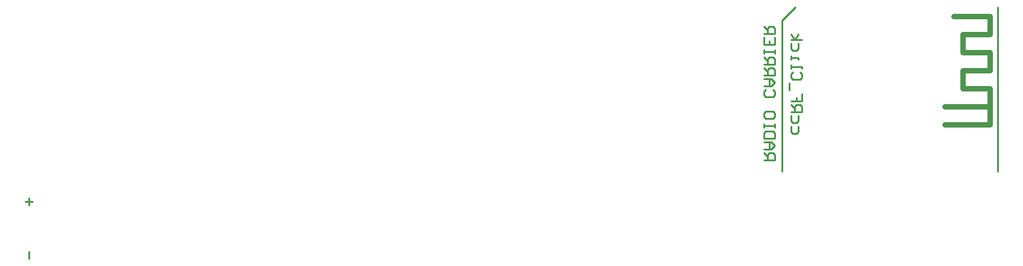
<source format=gbo>
%FSLAX24Y24*%
%MOIN*%
G70*
G01*
G75*
G04 Layer_Color=32896*
G04:AMPARAMS|DCode=10|XSize=100mil|YSize=50mil|CornerRadius=12.5mil|HoleSize=0mil|Usage=FLASHONLY|Rotation=90.000|XOffset=0mil|YOffset=0mil|HoleType=Round|Shape=RoundedRectangle|*
%AMROUNDEDRECTD10*
21,1,0.1000,0.0250,0,0,90.0*
21,1,0.0750,0.0500,0,0,90.0*
1,1,0.0250,0.0125,0.0375*
1,1,0.0250,0.0125,-0.0375*
1,1,0.0250,-0.0125,-0.0375*
1,1,0.0250,-0.0125,0.0375*
%
%ADD10ROUNDEDRECTD10*%
%ADD11R,0.2000X0.1500*%
%ADD12R,0.1181X0.0457*%
%ADD13R,0.1181X0.0787*%
%ADD14R,0.3937X0.2756*%
%ADD15C,0.0197*%
%ADD16C,0.0100*%
%ADD17C,0.0200*%
%ADD18C,0.0100*%
%ADD19C,0.0200*%
%ADD20C,0.0591*%
%ADD21R,0.0591X0.0591*%
%ADD22O,0.0787X0.1575*%
%ADD23O,0.1575X0.0787*%
%ADD24O,0.0866X0.1732*%
%ADD25C,0.0600*%
%ADD26C,0.0787*%
%ADD27C,0.0079*%
%ADD28C,0.0300*%
%ADD29C,0.0090*%
%ADD30C,0.0020*%
%ADD31C,0.0118*%
%ADD32C,0.0059*%
%ADD33C,0.0070*%
G04:AMPARAMS|DCode=34|XSize=108mil|YSize=58mil|CornerRadius=16.5mil|HoleSize=0mil|Usage=FLASHONLY|Rotation=90.000|XOffset=0mil|YOffset=0mil|HoleType=Round|Shape=RoundedRectangle|*
%AMROUNDEDRECTD34*
21,1,0.1080,0.0250,0,0,90.0*
21,1,0.0750,0.0580,0,0,90.0*
1,1,0.0330,0.0125,0.0375*
1,1,0.0330,0.0125,-0.0375*
1,1,0.0330,-0.0125,-0.0375*
1,1,0.0330,-0.0125,0.0375*
%
%ADD34ROUNDEDRECTD34*%
%ADD35R,0.2080X0.1580*%
%ADD36R,0.1261X0.0537*%
%ADD37R,0.1261X0.0867*%
%ADD38R,0.4017X0.2836*%
%ADD39C,0.0280*%
%ADD40C,0.0671*%
%ADD41R,0.0671X0.0671*%
%ADD42O,0.0867X0.1655*%
%ADD43O,0.1655X0.0867*%
%ADD44O,0.0946X0.1812*%
%ADD45C,0.0680*%
%ADD46C,0.0867*%
D16*
X58915Y5194D02*
Y14298D01*
X46970Y13550D02*
X47720Y14300D01*
X46970Y5194D02*
Y13550D01*
X45970Y5820D02*
X46570D01*
Y6120D01*
X46470Y6220D01*
X46270D01*
X46170Y6120D01*
Y5820D01*
Y6020D02*
X45970Y6220D01*
Y6420D02*
X46370D01*
X46570Y6620D01*
X46370Y6820D01*
X45970D01*
X46270D01*
Y6420D01*
X46570Y7020D02*
X45970D01*
Y7320D01*
X46070Y7419D01*
X46470D01*
X46570Y7320D01*
Y7020D01*
Y7619D02*
Y7819D01*
Y7719D01*
X45970D01*
Y7619D01*
Y7819D01*
X46570Y8419D02*
Y8219D01*
X46470Y8119D01*
X46070D01*
X45970Y8219D01*
Y8419D01*
X46070Y8519D01*
X46470D01*
X46570Y8419D01*
X46470Y9719D02*
X46570Y9619D01*
Y9419D01*
X46470Y9319D01*
X46070D01*
X45970Y9419D01*
Y9619D01*
X46070Y9719D01*
X45970Y9919D02*
X46370D01*
X46570Y10119D01*
X46370Y10319D01*
X45970D01*
X46270D01*
Y9919D01*
X45970Y10518D02*
X46570D01*
Y10818D01*
X46470Y10918D01*
X46270D01*
X46170Y10818D01*
Y10518D01*
Y10718D02*
X45970Y10918D01*
Y11118D02*
X46570D01*
Y11418D01*
X46470Y11518D01*
X46270D01*
X46170Y11418D01*
Y11118D01*
Y11318D02*
X45970Y11518D01*
X46570Y11718D02*
Y11918D01*
Y11818D01*
X45970D01*
Y11718D01*
Y11918D01*
X46570Y12618D02*
Y12218D01*
X45970D01*
Y12618D01*
X46270Y12218D02*
Y12418D01*
X45970Y12818D02*
X46570D01*
Y13118D01*
X46470Y13218D01*
X46270D01*
X46170Y13118D01*
Y12818D01*
Y13018D02*
X45970Y13218D01*
X47870Y7700D02*
Y7400D01*
X47770Y7300D01*
X47570D01*
X47470Y7400D01*
Y7700D01*
X47870Y8300D02*
Y8000D01*
X47770Y7900D01*
X47570D01*
X47470Y8000D01*
Y8300D01*
Y8500D02*
X48070D01*
Y8800D01*
X47970Y8899D01*
X47770D01*
X47670Y8800D01*
Y8500D01*
Y8700D02*
X47470Y8899D01*
X48070Y9499D02*
Y9099D01*
X47770D01*
Y9299D01*
Y9099D01*
X47470D01*
X47370Y9699D02*
Y10099D01*
X47970Y10699D02*
X48070Y10599D01*
Y10399D01*
X47970Y10299D01*
X47570D01*
X47470Y10399D01*
Y10599D01*
X47570Y10699D01*
X47470Y10899D02*
Y11099D01*
Y10999D01*
X48070D01*
Y10899D01*
X47470Y11399D02*
Y11599D01*
Y11499D01*
X47870D01*
Y11399D01*
Y12298D02*
Y11998D01*
X47770Y11899D01*
X47570D01*
X47470Y11998D01*
Y12298D01*
Y12498D02*
X48070D01*
X47670D02*
X47870Y12798D01*
X47670Y12498D02*
X47470Y12798D01*
X5310Y360D02*
Y760D01*
X5510Y3510D02*
X5110D01*
X5310Y3710D02*
Y3310D01*
D28*
X56470Y13800D02*
X58470D01*
Y12800D02*
Y13800D01*
X56970Y12800D02*
X58470D01*
X56970Y11800D02*
Y12800D01*
Y11800D02*
X58470D01*
Y10800D02*
Y11800D01*
X56970Y10800D02*
X58470D01*
X56970Y9800D02*
Y10800D01*
Y9800D02*
X58470D01*
Y8800D02*
Y9800D01*
X55970Y8800D02*
X58470D01*
Y7800D02*
Y8800D01*
X55970Y7800D02*
X58470D01*
M02*

</source>
